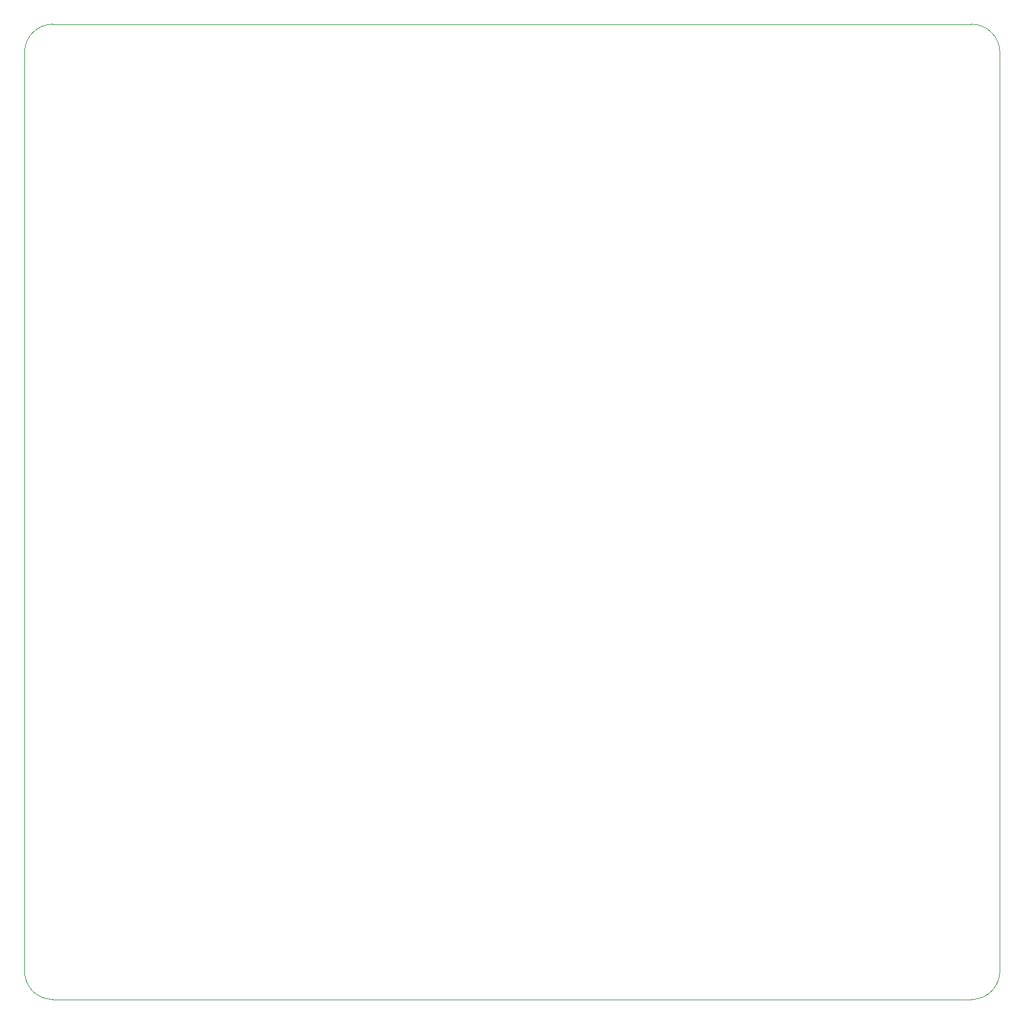
<source format=gbr>
%TF.GenerationSoftware,KiCad,Pcbnew,9.0.3*%
%TF.CreationDate,2025-09-16T11:45:41-04:00*%
%TF.ProjectId,5_COLD_TPC_Charge_Pre_Amp,355f434f-4c44-45f5-9450-435f43686172,rev?*%
%TF.SameCoordinates,Original*%
%TF.FileFunction,Profile,NP*%
%FSLAX46Y46*%
G04 Gerber Fmt 4.6, Leading zero omitted, Abs format (unit mm)*
G04 Created by KiCad (PCBNEW 9.0.3) date 2025-09-16 11:45:41*
%MOMM*%
%LPD*%
G01*
G04 APERTURE LIST*
%TA.AperFunction,Profile*%
%ADD10C,0.050000*%
%TD*%
G04 APERTURE END LIST*
D10*
X210820000Y-181610000D02*
G75*
G02*
X207010000Y-177800000I0J3810000D01*
G01*
X210820000Y-49530000D02*
X328930000Y-49530000D01*
X207010000Y-177800000D02*
X207010000Y-77470000D01*
X339090000Y-53340000D02*
X339090000Y-177800000D01*
X339090000Y-177800000D02*
G75*
G02*
X335280000Y-181610000I-3810000J0D01*
G01*
X328930000Y-181610000D02*
X210820000Y-181610000D01*
X207010000Y-77470000D02*
X207010000Y-53340000D01*
X335280000Y-49530000D02*
G75*
G02*
X339090000Y-53340000I0J-3810000D01*
G01*
X328930000Y-181610000D02*
X335280000Y-181610000D01*
X207010000Y-53340000D02*
G75*
G02*
X210820000Y-49530000I3810000J0D01*
G01*
X328930000Y-49530000D02*
X335280000Y-49530000D01*
M02*

</source>
